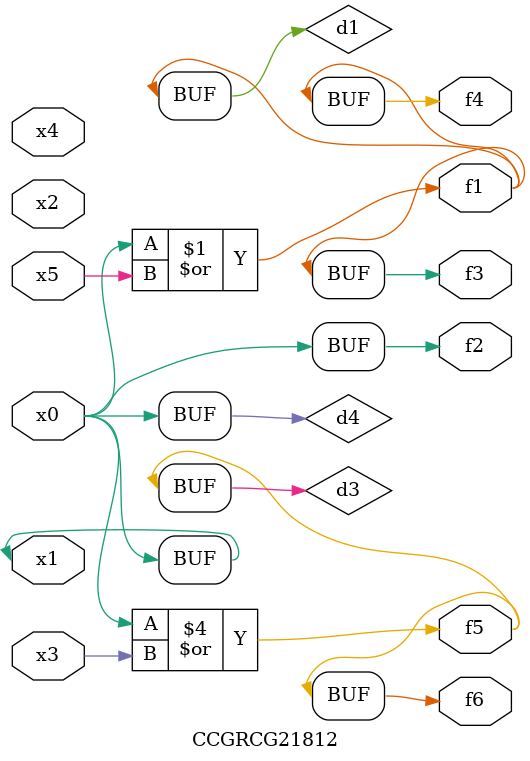
<source format=v>
module CCGRCG21812(
	input x0, x1, x2, x3, x4, x5,
	output f1, f2, f3, f4, f5, f6
);

	wire d1, d2, d3, d4;

	or (d1, x0, x5);
	xnor (d2, x1, x4);
	or (d3, x0, x3);
	buf (d4, x0, x1);
	assign f1 = d1;
	assign f2 = d4;
	assign f3 = d1;
	assign f4 = d1;
	assign f5 = d3;
	assign f6 = d3;
endmodule

</source>
